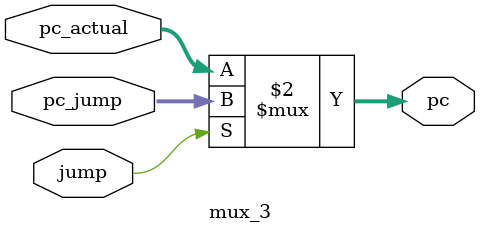
<source format=v>
`timescale 1ns / 1ps
module mux_3(
    input [7:0] pc_actual,
    input [7:0] pc_jump,
    input jump,
    output [7:0] pc
    );
	 
	 assign pc = (jump==1)?pc_jump:pc_actual;


endmodule

</source>
